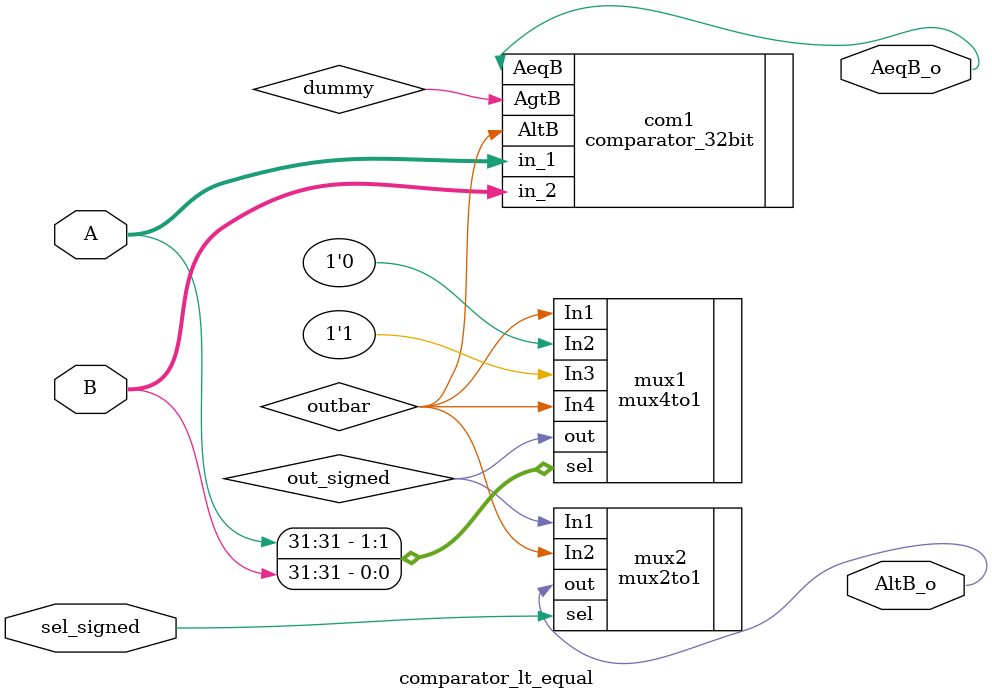
<source format=sv>
/*
	INPUT:	i_rs1_data (Data from the first register)
	INPUT:	i_rs2_data (Data from the second register)
	INPUT:	i_br_un (Comparision Mode) - (1 is signed, 0 is unsigned)
	OUTPUT: 	o_br_equal (output is 1 if rs1 = rs2)
	OUTPUT: 	o_br_less (output is 1 if rs1 < rs2)
*/
module BRC(i_rs1_data, i_rs2_data, i_br_un, o_br_less, o_br_equal);
parameter N = 32;
input [N-1:0] i_rs1_data;
input [N-1:0] i_rs2_data;
input i_br_un;
output o_br_less;
output o_br_equal;

wire sel_signed;
assign sel_signed = ~i_br_un;
comparator_lt_equal brc1(.A(i_rs1_data), .B(i_rs2_data), .sel_signed(sel_signed), .AltB_o(o_br_less), .AeqB_o(o_br_equal));
endmodule


//--------------------------Sub_Modules---------------------------------//
/////////////////////////////////
//Comparator Equal or Less Than//
/////////////////////////////////
module comparator_lt_equal(A, B, sel_signed, AltB_o, AeqB_o);

parameter N = 32;
parameter AltB_i = 1'b1;
parameter AgtB_i = 1'b0;

input [N-1:0] A;
input [N-1:0] B;
input sel_signed;
output AltB_o;
output AeqB_o;

wire dummy;
wire outbar;
wire out_signed;

	comparator_32bit com1(.in_1(A), .in_2(B), .AltB(outbar), .AeqB(AeqB_o), .AgtB(dummy));

	mux4to1 mux1(.In1(outbar), .In2(AgtB_i), .In3(AltB_i), .In4(outbar), .sel({A[N-1],B[N-1]}), .out(out_signed));
	mux2to1 mux2(.In1(out_signed), .In2(outbar), .sel(sel_signed), .out(AltB_o));

endmodule

</source>
